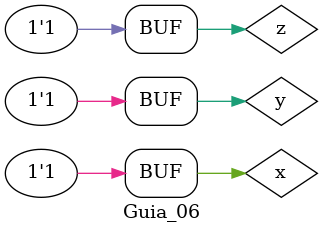
<source format=v>
/*
    Guia_06.v
    874770 - Daniel Alves Gonçalves
*/

module f1a (output s,
            input x,
            input y,
            input z);
   assign s = (x & z) | (~y & z);
endmodule

module f1b (output s,
            input x,
            input y,
            input z);
   assign s = (x & ~z) | (~y & ~z);
endmodule

module f1c (output s,
            input x,
            input y,
            input z);
   assign s = (~x & z) | (y & ~z);
endmodule

module f1d (output s,
            input x,
            input y,
            input z);
   assign s = (~x & y) | (~y & z);
endmodule

module f1e (output s,
            input x,
            input y,
            input z);
   assign s = (~x & ~z) | (~y & ~z) | (x & y & z);
endmodule
/*__________________________________________________*/

module f2a (output S,
            input X,
            input Y,
            input Z);
   assign S = (X | ~Z) + (~X | ~Z);
endmodule

module f2b (output S,
            input X,
            input Y,
            input Z);
   assign S = (~X | Z) + (Y | Z);
endmodule

module f2c (output S,
            input X,
            input Y,
            input Z);
   assign S = (X | ~Z) + (~Y | Z);
endmodule

module f2d (output S,
            input X,
            input Y,
            input Z);
   assign S = (X | Y) + (Y | ~Z) + (~X | Y | Z);
endmodule

module f2e (output S,
            input X,
            input Y,
            input Z);
   assign S = (X | Z) + (Y | Z) + (~X | ~Y | ~Z);
endmodule
/*__________________________________________________*/


module Guia_06;
    reg x, y, z;
    wire s_1a, s_1b, s_1c, s_1d, s_1e, 
         s_2a, s_2b, s_2c, s_2d, s_2e; // Saidas

    // Instanciar os dois modulos
    f1a s0 (s_1a, x, y, z);
    f1b s1 (s_1b, x, y, z); 
    f1c s2 (s_1c, x, y, z);
    f1d s3 (s_1d, x, y, z);
    f1e s4 (s_1e, x, y, z);
    f2a s5 (s_2a, x, y, z);
    f2b s6 (s_2b, x, y, z);
    f2c s7 (s_2c, x, y, z);
    f2d s8 (s_2d, x, y, z);
    f2e s9 (s_2e, x, y, z);

    initial 
    begin: main
        $display("Guia_0601 - Daniel Alves Goncalves - 874770");
        $display("\n       |     MINTERMOS      |      MAXTERMOS    ");
        $display("\n x y z | 1a, 1b, 1c, 1d, 1e | 2a, 2b, 2c, 2d, 2e");
        $display("___________________________________________________");
        $monitor(" %b %b %b | %b   %b   %b   %b   %b  | %b   %b   %b   %b   %b\n", x, y, z, s_1a, s_1b, s_1c, s_1d, s_1e, s_2a, s_2b, s_2c, s_2d, s_2e);

        // Testar as combinações de entradas
        x = 0; y = 0; z = 0; #1;
        x = 0; y = 0; z = 1; #1;
        x = 0; y = 1; z = 0; #1;
        x = 0; y = 1; z = 1; #1;
        x = 1; y = 0; z = 0; #1;
        x = 1; y = 0; z = 1; #1;
        x = 1; y = 1; z = 0; #1;
        x = 1; y = 1; z = 1; #1;
    end
endmodule

</source>
